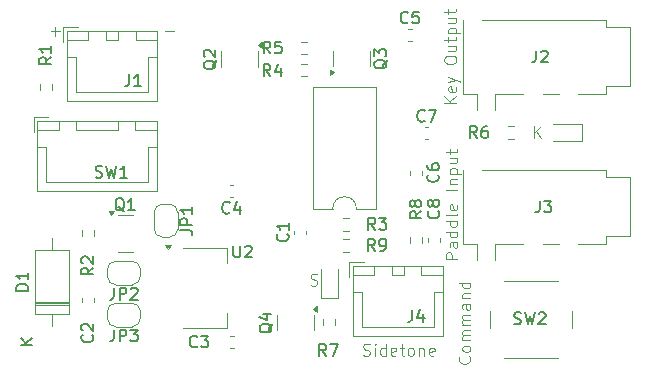
<source format=gbr>
%TF.GenerationSoftware,KiCad,Pcbnew,8.0.4-1.fc40*%
%TF.CreationDate,2024-08-13T13:21:15-05:00*%
%TF.ProjectId,K9QW_ATTiny_CW_Keyer,4b395157-5f41-4545-9469-6e795f43575f,rev?*%
%TF.SameCoordinates,Original*%
%TF.FileFunction,Legend,Top*%
%TF.FilePolarity,Positive*%
%FSLAX46Y46*%
G04 Gerber Fmt 4.6, Leading zero omitted, Abs format (unit mm)*
G04 Created by KiCad (PCBNEW 8.0.4-1.fc40) date 2024-08-13 13:21:15*
%MOMM*%
%LPD*%
G01*
G04 APERTURE LIST*
%ADD10C,0.100000*%
%ADD11C,0.150000*%
%ADD12C,0.120000*%
G04 APERTURE END LIST*
D10*
X152326065Y-110492600D02*
X152468922Y-110540219D01*
X152468922Y-110540219D02*
X152707017Y-110540219D01*
X152707017Y-110540219D02*
X152802255Y-110492600D01*
X152802255Y-110492600D02*
X152849874Y-110444980D01*
X152849874Y-110444980D02*
X152897493Y-110349742D01*
X152897493Y-110349742D02*
X152897493Y-110254504D01*
X152897493Y-110254504D02*
X152849874Y-110159266D01*
X152849874Y-110159266D02*
X152802255Y-110111647D01*
X152802255Y-110111647D02*
X152707017Y-110064028D01*
X152707017Y-110064028D02*
X152516541Y-110016409D01*
X152516541Y-110016409D02*
X152421303Y-109968790D01*
X152421303Y-109968790D02*
X152373684Y-109921171D01*
X152373684Y-109921171D02*
X152326065Y-109825933D01*
X152326065Y-109825933D02*
X152326065Y-109730695D01*
X152326065Y-109730695D02*
X152373684Y-109635457D01*
X152373684Y-109635457D02*
X152421303Y-109587838D01*
X152421303Y-109587838D02*
X152516541Y-109540219D01*
X152516541Y-109540219D02*
X152754636Y-109540219D01*
X152754636Y-109540219D02*
X152897493Y-109587838D01*
X140003884Y-89026466D02*
X140765789Y-89026466D01*
X130351884Y-89026466D02*
X131113789Y-89026466D01*
X130732836Y-89407419D02*
X130732836Y-88645514D01*
X165764780Y-116523487D02*
X165812400Y-116571106D01*
X165812400Y-116571106D02*
X165860019Y-116713963D01*
X165860019Y-116713963D02*
X165860019Y-116809201D01*
X165860019Y-116809201D02*
X165812400Y-116952058D01*
X165812400Y-116952058D02*
X165717161Y-117047296D01*
X165717161Y-117047296D02*
X165621923Y-117094915D01*
X165621923Y-117094915D02*
X165431447Y-117142534D01*
X165431447Y-117142534D02*
X165288590Y-117142534D01*
X165288590Y-117142534D02*
X165098114Y-117094915D01*
X165098114Y-117094915D02*
X165002876Y-117047296D01*
X165002876Y-117047296D02*
X164907638Y-116952058D01*
X164907638Y-116952058D02*
X164860019Y-116809201D01*
X164860019Y-116809201D02*
X164860019Y-116713963D01*
X164860019Y-116713963D02*
X164907638Y-116571106D01*
X164907638Y-116571106D02*
X164955257Y-116523487D01*
X165860019Y-115952058D02*
X165812400Y-116047296D01*
X165812400Y-116047296D02*
X165764780Y-116094915D01*
X165764780Y-116094915D02*
X165669542Y-116142534D01*
X165669542Y-116142534D02*
X165383828Y-116142534D01*
X165383828Y-116142534D02*
X165288590Y-116094915D01*
X165288590Y-116094915D02*
X165240971Y-116047296D01*
X165240971Y-116047296D02*
X165193352Y-115952058D01*
X165193352Y-115952058D02*
X165193352Y-115809201D01*
X165193352Y-115809201D02*
X165240971Y-115713963D01*
X165240971Y-115713963D02*
X165288590Y-115666344D01*
X165288590Y-115666344D02*
X165383828Y-115618725D01*
X165383828Y-115618725D02*
X165669542Y-115618725D01*
X165669542Y-115618725D02*
X165764780Y-115666344D01*
X165764780Y-115666344D02*
X165812400Y-115713963D01*
X165812400Y-115713963D02*
X165860019Y-115809201D01*
X165860019Y-115809201D02*
X165860019Y-115952058D01*
X165860019Y-115190153D02*
X165193352Y-115190153D01*
X165288590Y-115190153D02*
X165240971Y-115142534D01*
X165240971Y-115142534D02*
X165193352Y-115047296D01*
X165193352Y-115047296D02*
X165193352Y-114904439D01*
X165193352Y-114904439D02*
X165240971Y-114809201D01*
X165240971Y-114809201D02*
X165336209Y-114761582D01*
X165336209Y-114761582D02*
X165860019Y-114761582D01*
X165336209Y-114761582D02*
X165240971Y-114713963D01*
X165240971Y-114713963D02*
X165193352Y-114618725D01*
X165193352Y-114618725D02*
X165193352Y-114475868D01*
X165193352Y-114475868D02*
X165240971Y-114380629D01*
X165240971Y-114380629D02*
X165336209Y-114333010D01*
X165336209Y-114333010D02*
X165860019Y-114333010D01*
X165860019Y-113856820D02*
X165193352Y-113856820D01*
X165288590Y-113856820D02*
X165240971Y-113809201D01*
X165240971Y-113809201D02*
X165193352Y-113713963D01*
X165193352Y-113713963D02*
X165193352Y-113571106D01*
X165193352Y-113571106D02*
X165240971Y-113475868D01*
X165240971Y-113475868D02*
X165336209Y-113428249D01*
X165336209Y-113428249D02*
X165860019Y-113428249D01*
X165336209Y-113428249D02*
X165240971Y-113380630D01*
X165240971Y-113380630D02*
X165193352Y-113285392D01*
X165193352Y-113285392D02*
X165193352Y-113142535D01*
X165193352Y-113142535D02*
X165240971Y-113047296D01*
X165240971Y-113047296D02*
X165336209Y-112999677D01*
X165336209Y-112999677D02*
X165860019Y-112999677D01*
X165860019Y-112094916D02*
X165336209Y-112094916D01*
X165336209Y-112094916D02*
X165240971Y-112142535D01*
X165240971Y-112142535D02*
X165193352Y-112237773D01*
X165193352Y-112237773D02*
X165193352Y-112428249D01*
X165193352Y-112428249D02*
X165240971Y-112523487D01*
X165812400Y-112094916D02*
X165860019Y-112190154D01*
X165860019Y-112190154D02*
X165860019Y-112428249D01*
X165860019Y-112428249D02*
X165812400Y-112523487D01*
X165812400Y-112523487D02*
X165717161Y-112571106D01*
X165717161Y-112571106D02*
X165621923Y-112571106D01*
X165621923Y-112571106D02*
X165526685Y-112523487D01*
X165526685Y-112523487D02*
X165479066Y-112428249D01*
X165479066Y-112428249D02*
X165479066Y-112190154D01*
X165479066Y-112190154D02*
X165431447Y-112094916D01*
X165193352Y-111618725D02*
X165860019Y-111618725D01*
X165288590Y-111618725D02*
X165240971Y-111571106D01*
X165240971Y-111571106D02*
X165193352Y-111475868D01*
X165193352Y-111475868D02*
X165193352Y-111333011D01*
X165193352Y-111333011D02*
X165240971Y-111237773D01*
X165240971Y-111237773D02*
X165336209Y-111190154D01*
X165336209Y-111190154D02*
X165860019Y-111190154D01*
X165860019Y-110285392D02*
X164860019Y-110285392D01*
X165812400Y-110285392D02*
X165860019Y-110380630D01*
X165860019Y-110380630D02*
X165860019Y-110571106D01*
X165860019Y-110571106D02*
X165812400Y-110666344D01*
X165812400Y-110666344D02*
X165764780Y-110713963D01*
X165764780Y-110713963D02*
X165669542Y-110761582D01*
X165669542Y-110761582D02*
X165383828Y-110761582D01*
X165383828Y-110761582D02*
X165288590Y-110713963D01*
X165288590Y-110713963D02*
X165240971Y-110666344D01*
X165240971Y-110666344D02*
X165193352Y-110571106D01*
X165193352Y-110571106D02*
X165193352Y-110380630D01*
X165193352Y-110380630D02*
X165240971Y-110285392D01*
X164769219Y-108306515D02*
X163769219Y-108306515D01*
X163769219Y-108306515D02*
X163769219Y-107925563D01*
X163769219Y-107925563D02*
X163816838Y-107830325D01*
X163816838Y-107830325D02*
X163864457Y-107782706D01*
X163864457Y-107782706D02*
X163959695Y-107735087D01*
X163959695Y-107735087D02*
X164102552Y-107735087D01*
X164102552Y-107735087D02*
X164197790Y-107782706D01*
X164197790Y-107782706D02*
X164245409Y-107830325D01*
X164245409Y-107830325D02*
X164293028Y-107925563D01*
X164293028Y-107925563D02*
X164293028Y-108306515D01*
X164769219Y-106877944D02*
X164245409Y-106877944D01*
X164245409Y-106877944D02*
X164150171Y-106925563D01*
X164150171Y-106925563D02*
X164102552Y-107020801D01*
X164102552Y-107020801D02*
X164102552Y-107211277D01*
X164102552Y-107211277D02*
X164150171Y-107306515D01*
X164721600Y-106877944D02*
X164769219Y-106973182D01*
X164769219Y-106973182D02*
X164769219Y-107211277D01*
X164769219Y-107211277D02*
X164721600Y-107306515D01*
X164721600Y-107306515D02*
X164626361Y-107354134D01*
X164626361Y-107354134D02*
X164531123Y-107354134D01*
X164531123Y-107354134D02*
X164435885Y-107306515D01*
X164435885Y-107306515D02*
X164388266Y-107211277D01*
X164388266Y-107211277D02*
X164388266Y-106973182D01*
X164388266Y-106973182D02*
X164340647Y-106877944D01*
X164769219Y-105973182D02*
X163769219Y-105973182D01*
X164721600Y-105973182D02*
X164769219Y-106068420D01*
X164769219Y-106068420D02*
X164769219Y-106258896D01*
X164769219Y-106258896D02*
X164721600Y-106354134D01*
X164721600Y-106354134D02*
X164673980Y-106401753D01*
X164673980Y-106401753D02*
X164578742Y-106449372D01*
X164578742Y-106449372D02*
X164293028Y-106449372D01*
X164293028Y-106449372D02*
X164197790Y-106401753D01*
X164197790Y-106401753D02*
X164150171Y-106354134D01*
X164150171Y-106354134D02*
X164102552Y-106258896D01*
X164102552Y-106258896D02*
X164102552Y-106068420D01*
X164102552Y-106068420D02*
X164150171Y-105973182D01*
X164769219Y-105068420D02*
X163769219Y-105068420D01*
X164721600Y-105068420D02*
X164769219Y-105163658D01*
X164769219Y-105163658D02*
X164769219Y-105354134D01*
X164769219Y-105354134D02*
X164721600Y-105449372D01*
X164721600Y-105449372D02*
X164673980Y-105496991D01*
X164673980Y-105496991D02*
X164578742Y-105544610D01*
X164578742Y-105544610D02*
X164293028Y-105544610D01*
X164293028Y-105544610D02*
X164197790Y-105496991D01*
X164197790Y-105496991D02*
X164150171Y-105449372D01*
X164150171Y-105449372D02*
X164102552Y-105354134D01*
X164102552Y-105354134D02*
X164102552Y-105163658D01*
X164102552Y-105163658D02*
X164150171Y-105068420D01*
X164769219Y-104449372D02*
X164721600Y-104544610D01*
X164721600Y-104544610D02*
X164626361Y-104592229D01*
X164626361Y-104592229D02*
X163769219Y-104592229D01*
X164721600Y-103687467D02*
X164769219Y-103782705D01*
X164769219Y-103782705D02*
X164769219Y-103973181D01*
X164769219Y-103973181D02*
X164721600Y-104068419D01*
X164721600Y-104068419D02*
X164626361Y-104116038D01*
X164626361Y-104116038D02*
X164245409Y-104116038D01*
X164245409Y-104116038D02*
X164150171Y-104068419D01*
X164150171Y-104068419D02*
X164102552Y-103973181D01*
X164102552Y-103973181D02*
X164102552Y-103782705D01*
X164102552Y-103782705D02*
X164150171Y-103687467D01*
X164150171Y-103687467D02*
X164245409Y-103639848D01*
X164245409Y-103639848D02*
X164340647Y-103639848D01*
X164340647Y-103639848D02*
X164435885Y-104116038D01*
X164769219Y-102449371D02*
X163769219Y-102449371D01*
X164102552Y-101973181D02*
X164769219Y-101973181D01*
X164197790Y-101973181D02*
X164150171Y-101925562D01*
X164150171Y-101925562D02*
X164102552Y-101830324D01*
X164102552Y-101830324D02*
X164102552Y-101687467D01*
X164102552Y-101687467D02*
X164150171Y-101592229D01*
X164150171Y-101592229D02*
X164245409Y-101544610D01*
X164245409Y-101544610D02*
X164769219Y-101544610D01*
X164102552Y-101068419D02*
X165102552Y-101068419D01*
X164150171Y-101068419D02*
X164102552Y-100973181D01*
X164102552Y-100973181D02*
X164102552Y-100782705D01*
X164102552Y-100782705D02*
X164150171Y-100687467D01*
X164150171Y-100687467D02*
X164197790Y-100639848D01*
X164197790Y-100639848D02*
X164293028Y-100592229D01*
X164293028Y-100592229D02*
X164578742Y-100592229D01*
X164578742Y-100592229D02*
X164673980Y-100639848D01*
X164673980Y-100639848D02*
X164721600Y-100687467D01*
X164721600Y-100687467D02*
X164769219Y-100782705D01*
X164769219Y-100782705D02*
X164769219Y-100973181D01*
X164769219Y-100973181D02*
X164721600Y-101068419D01*
X164102552Y-99735086D02*
X164769219Y-99735086D01*
X164102552Y-100163657D02*
X164626361Y-100163657D01*
X164626361Y-100163657D02*
X164721600Y-100116038D01*
X164721600Y-100116038D02*
X164769219Y-100020800D01*
X164769219Y-100020800D02*
X164769219Y-99877943D01*
X164769219Y-99877943D02*
X164721600Y-99782705D01*
X164721600Y-99782705D02*
X164673980Y-99735086D01*
X164102552Y-99401752D02*
X164102552Y-99020800D01*
X163769219Y-99258895D02*
X164626361Y-99258895D01*
X164626361Y-99258895D02*
X164721600Y-99211276D01*
X164721600Y-99211276D02*
X164769219Y-99116038D01*
X164769219Y-99116038D02*
X164769219Y-99020800D01*
X156796465Y-116436200D02*
X156939322Y-116483819D01*
X156939322Y-116483819D02*
X157177417Y-116483819D01*
X157177417Y-116483819D02*
X157272655Y-116436200D01*
X157272655Y-116436200D02*
X157320274Y-116388580D01*
X157320274Y-116388580D02*
X157367893Y-116293342D01*
X157367893Y-116293342D02*
X157367893Y-116198104D01*
X157367893Y-116198104D02*
X157320274Y-116102866D01*
X157320274Y-116102866D02*
X157272655Y-116055247D01*
X157272655Y-116055247D02*
X157177417Y-116007628D01*
X157177417Y-116007628D02*
X156986941Y-115960009D01*
X156986941Y-115960009D02*
X156891703Y-115912390D01*
X156891703Y-115912390D02*
X156844084Y-115864771D01*
X156844084Y-115864771D02*
X156796465Y-115769533D01*
X156796465Y-115769533D02*
X156796465Y-115674295D01*
X156796465Y-115674295D02*
X156844084Y-115579057D01*
X156844084Y-115579057D02*
X156891703Y-115531438D01*
X156891703Y-115531438D02*
X156986941Y-115483819D01*
X156986941Y-115483819D02*
X157225036Y-115483819D01*
X157225036Y-115483819D02*
X157367893Y-115531438D01*
X157796465Y-116483819D02*
X157796465Y-115817152D01*
X157796465Y-115483819D02*
X157748846Y-115531438D01*
X157748846Y-115531438D02*
X157796465Y-115579057D01*
X157796465Y-115579057D02*
X157844084Y-115531438D01*
X157844084Y-115531438D02*
X157796465Y-115483819D01*
X157796465Y-115483819D02*
X157796465Y-115579057D01*
X158701226Y-116483819D02*
X158701226Y-115483819D01*
X158701226Y-116436200D02*
X158605988Y-116483819D01*
X158605988Y-116483819D02*
X158415512Y-116483819D01*
X158415512Y-116483819D02*
X158320274Y-116436200D01*
X158320274Y-116436200D02*
X158272655Y-116388580D01*
X158272655Y-116388580D02*
X158225036Y-116293342D01*
X158225036Y-116293342D02*
X158225036Y-116007628D01*
X158225036Y-116007628D02*
X158272655Y-115912390D01*
X158272655Y-115912390D02*
X158320274Y-115864771D01*
X158320274Y-115864771D02*
X158415512Y-115817152D01*
X158415512Y-115817152D02*
X158605988Y-115817152D01*
X158605988Y-115817152D02*
X158701226Y-115864771D01*
X159558369Y-116436200D02*
X159463131Y-116483819D01*
X159463131Y-116483819D02*
X159272655Y-116483819D01*
X159272655Y-116483819D02*
X159177417Y-116436200D01*
X159177417Y-116436200D02*
X159129798Y-116340961D01*
X159129798Y-116340961D02*
X159129798Y-115960009D01*
X159129798Y-115960009D02*
X159177417Y-115864771D01*
X159177417Y-115864771D02*
X159272655Y-115817152D01*
X159272655Y-115817152D02*
X159463131Y-115817152D01*
X159463131Y-115817152D02*
X159558369Y-115864771D01*
X159558369Y-115864771D02*
X159605988Y-115960009D01*
X159605988Y-115960009D02*
X159605988Y-116055247D01*
X159605988Y-116055247D02*
X159129798Y-116150485D01*
X159891703Y-115817152D02*
X160272655Y-115817152D01*
X160034560Y-115483819D02*
X160034560Y-116340961D01*
X160034560Y-116340961D02*
X160082179Y-116436200D01*
X160082179Y-116436200D02*
X160177417Y-116483819D01*
X160177417Y-116483819D02*
X160272655Y-116483819D01*
X160748846Y-116483819D02*
X160653608Y-116436200D01*
X160653608Y-116436200D02*
X160605989Y-116388580D01*
X160605989Y-116388580D02*
X160558370Y-116293342D01*
X160558370Y-116293342D02*
X160558370Y-116007628D01*
X160558370Y-116007628D02*
X160605989Y-115912390D01*
X160605989Y-115912390D02*
X160653608Y-115864771D01*
X160653608Y-115864771D02*
X160748846Y-115817152D01*
X160748846Y-115817152D02*
X160891703Y-115817152D01*
X160891703Y-115817152D02*
X160986941Y-115864771D01*
X160986941Y-115864771D02*
X161034560Y-115912390D01*
X161034560Y-115912390D02*
X161082179Y-116007628D01*
X161082179Y-116007628D02*
X161082179Y-116293342D01*
X161082179Y-116293342D02*
X161034560Y-116388580D01*
X161034560Y-116388580D02*
X160986941Y-116436200D01*
X160986941Y-116436200D02*
X160891703Y-116483819D01*
X160891703Y-116483819D02*
X160748846Y-116483819D01*
X161510751Y-115817152D02*
X161510751Y-116483819D01*
X161510751Y-115912390D02*
X161558370Y-115864771D01*
X161558370Y-115864771D02*
X161653608Y-115817152D01*
X161653608Y-115817152D02*
X161796465Y-115817152D01*
X161796465Y-115817152D02*
X161891703Y-115864771D01*
X161891703Y-115864771D02*
X161939322Y-115960009D01*
X161939322Y-115960009D02*
X161939322Y-116483819D01*
X162796465Y-116436200D02*
X162701227Y-116483819D01*
X162701227Y-116483819D02*
X162510751Y-116483819D01*
X162510751Y-116483819D02*
X162415513Y-116436200D01*
X162415513Y-116436200D02*
X162367894Y-116340961D01*
X162367894Y-116340961D02*
X162367894Y-115960009D01*
X162367894Y-115960009D02*
X162415513Y-115864771D01*
X162415513Y-115864771D02*
X162510751Y-115817152D01*
X162510751Y-115817152D02*
X162701227Y-115817152D01*
X162701227Y-115817152D02*
X162796465Y-115864771D01*
X162796465Y-115864771D02*
X162844084Y-115960009D01*
X162844084Y-115960009D02*
X162844084Y-116055247D01*
X162844084Y-116055247D02*
X162367894Y-116150485D01*
X171245884Y-98068819D02*
X171245884Y-97068819D01*
X171817312Y-98068819D02*
X171388741Y-97497390D01*
X171817312Y-97068819D02*
X171245884Y-97640247D01*
X164667619Y-95098515D02*
X163667619Y-95098515D01*
X164667619Y-94527087D02*
X164096190Y-94955658D01*
X163667619Y-94527087D02*
X164239047Y-95098515D01*
X164620000Y-93717563D02*
X164667619Y-93812801D01*
X164667619Y-93812801D02*
X164667619Y-94003277D01*
X164667619Y-94003277D02*
X164620000Y-94098515D01*
X164620000Y-94098515D02*
X164524761Y-94146134D01*
X164524761Y-94146134D02*
X164143809Y-94146134D01*
X164143809Y-94146134D02*
X164048571Y-94098515D01*
X164048571Y-94098515D02*
X164000952Y-94003277D01*
X164000952Y-94003277D02*
X164000952Y-93812801D01*
X164000952Y-93812801D02*
X164048571Y-93717563D01*
X164048571Y-93717563D02*
X164143809Y-93669944D01*
X164143809Y-93669944D02*
X164239047Y-93669944D01*
X164239047Y-93669944D02*
X164334285Y-94146134D01*
X164000952Y-93336610D02*
X164667619Y-93098515D01*
X164000952Y-92860420D02*
X164667619Y-93098515D01*
X164667619Y-93098515D02*
X164905714Y-93193753D01*
X164905714Y-93193753D02*
X164953333Y-93241372D01*
X164953333Y-93241372D02*
X165000952Y-93336610D01*
X163667619Y-91527086D02*
X163667619Y-91336610D01*
X163667619Y-91336610D02*
X163715238Y-91241372D01*
X163715238Y-91241372D02*
X163810476Y-91146134D01*
X163810476Y-91146134D02*
X164000952Y-91098515D01*
X164000952Y-91098515D02*
X164334285Y-91098515D01*
X164334285Y-91098515D02*
X164524761Y-91146134D01*
X164524761Y-91146134D02*
X164620000Y-91241372D01*
X164620000Y-91241372D02*
X164667619Y-91336610D01*
X164667619Y-91336610D02*
X164667619Y-91527086D01*
X164667619Y-91527086D02*
X164620000Y-91622324D01*
X164620000Y-91622324D02*
X164524761Y-91717562D01*
X164524761Y-91717562D02*
X164334285Y-91765181D01*
X164334285Y-91765181D02*
X164000952Y-91765181D01*
X164000952Y-91765181D02*
X163810476Y-91717562D01*
X163810476Y-91717562D02*
X163715238Y-91622324D01*
X163715238Y-91622324D02*
X163667619Y-91527086D01*
X164000952Y-90241372D02*
X164667619Y-90241372D01*
X164000952Y-90669943D02*
X164524761Y-90669943D01*
X164524761Y-90669943D02*
X164620000Y-90622324D01*
X164620000Y-90622324D02*
X164667619Y-90527086D01*
X164667619Y-90527086D02*
X164667619Y-90384229D01*
X164667619Y-90384229D02*
X164620000Y-90288991D01*
X164620000Y-90288991D02*
X164572380Y-90241372D01*
X164000952Y-89908038D02*
X164000952Y-89527086D01*
X163667619Y-89765181D02*
X164524761Y-89765181D01*
X164524761Y-89765181D02*
X164620000Y-89717562D01*
X164620000Y-89717562D02*
X164667619Y-89622324D01*
X164667619Y-89622324D02*
X164667619Y-89527086D01*
X164000952Y-89193752D02*
X165000952Y-89193752D01*
X164048571Y-89193752D02*
X164000952Y-89098514D01*
X164000952Y-89098514D02*
X164000952Y-88908038D01*
X164000952Y-88908038D02*
X164048571Y-88812800D01*
X164048571Y-88812800D02*
X164096190Y-88765181D01*
X164096190Y-88765181D02*
X164191428Y-88717562D01*
X164191428Y-88717562D02*
X164477142Y-88717562D01*
X164477142Y-88717562D02*
X164572380Y-88765181D01*
X164572380Y-88765181D02*
X164620000Y-88812800D01*
X164620000Y-88812800D02*
X164667619Y-88908038D01*
X164667619Y-88908038D02*
X164667619Y-89098514D01*
X164667619Y-89098514D02*
X164620000Y-89193752D01*
X164000952Y-87860419D02*
X164667619Y-87860419D01*
X164000952Y-88288990D02*
X164524761Y-88288990D01*
X164524761Y-88288990D02*
X164620000Y-88241371D01*
X164620000Y-88241371D02*
X164667619Y-88146133D01*
X164667619Y-88146133D02*
X164667619Y-88003276D01*
X164667619Y-88003276D02*
X164620000Y-87908038D01*
X164620000Y-87908038D02*
X164572380Y-87860419D01*
X164000952Y-87527085D02*
X164000952Y-87146133D01*
X163667619Y-87384228D02*
X164524761Y-87384228D01*
X164524761Y-87384228D02*
X164620000Y-87336609D01*
X164620000Y-87336609D02*
X164667619Y-87241371D01*
X164667619Y-87241371D02*
X164667619Y-87146133D01*
D11*
X145476933Y-104354780D02*
X145429314Y-104402400D01*
X145429314Y-104402400D02*
X145286457Y-104450019D01*
X145286457Y-104450019D02*
X145191219Y-104450019D01*
X145191219Y-104450019D02*
X145048362Y-104402400D01*
X145048362Y-104402400D02*
X144953124Y-104307161D01*
X144953124Y-104307161D02*
X144905505Y-104211923D01*
X144905505Y-104211923D02*
X144857886Y-104021447D01*
X144857886Y-104021447D02*
X144857886Y-103878590D01*
X144857886Y-103878590D02*
X144905505Y-103688114D01*
X144905505Y-103688114D02*
X144953124Y-103592876D01*
X144953124Y-103592876D02*
X145048362Y-103497638D01*
X145048362Y-103497638D02*
X145191219Y-103450019D01*
X145191219Y-103450019D02*
X145286457Y-103450019D01*
X145286457Y-103450019D02*
X145429314Y-103497638D01*
X145429314Y-103497638D02*
X145476933Y-103545257D01*
X146334076Y-103783352D02*
X146334076Y-104450019D01*
X146095981Y-103402400D02*
X145857886Y-104116685D01*
X145857886Y-104116685D02*
X146476933Y-104116685D01*
X133931819Y-109031066D02*
X133455628Y-109364399D01*
X133931819Y-109602494D02*
X132931819Y-109602494D01*
X132931819Y-109602494D02*
X132931819Y-109221542D01*
X132931819Y-109221542D02*
X132979438Y-109126304D01*
X132979438Y-109126304D02*
X133027057Y-109078685D01*
X133027057Y-109078685D02*
X133122295Y-109031066D01*
X133122295Y-109031066D02*
X133265152Y-109031066D01*
X133265152Y-109031066D02*
X133360390Y-109078685D01*
X133360390Y-109078685D02*
X133408009Y-109126304D01*
X133408009Y-109126304D02*
X133455628Y-109221542D01*
X133455628Y-109221542D02*
X133455628Y-109602494D01*
X133027057Y-108650113D02*
X132979438Y-108602494D01*
X132979438Y-108602494D02*
X132931819Y-108507256D01*
X132931819Y-108507256D02*
X132931819Y-108269161D01*
X132931819Y-108269161D02*
X132979438Y-108173923D01*
X132979438Y-108173923D02*
X133027057Y-108126304D01*
X133027057Y-108126304D02*
X133122295Y-108078685D01*
X133122295Y-108078685D02*
X133217533Y-108078685D01*
X133217533Y-108078685D02*
X133360390Y-108126304D01*
X133360390Y-108126304D02*
X133931819Y-108697732D01*
X133931819Y-108697732D02*
X133931819Y-108078685D01*
X136541761Y-104257157D02*
X136446523Y-104209538D01*
X136446523Y-104209538D02*
X136351285Y-104114300D01*
X136351285Y-104114300D02*
X136208428Y-103971442D01*
X136208428Y-103971442D02*
X136113190Y-103923823D01*
X136113190Y-103923823D02*
X136017952Y-103923823D01*
X136065571Y-104161919D02*
X135970333Y-104114300D01*
X135970333Y-104114300D02*
X135875095Y-104019061D01*
X135875095Y-104019061D02*
X135827476Y-103828585D01*
X135827476Y-103828585D02*
X135827476Y-103495252D01*
X135827476Y-103495252D02*
X135875095Y-103304776D01*
X135875095Y-103304776D02*
X135970333Y-103209538D01*
X135970333Y-103209538D02*
X136065571Y-103161919D01*
X136065571Y-103161919D02*
X136256047Y-103161919D01*
X136256047Y-103161919D02*
X136351285Y-103209538D01*
X136351285Y-103209538D02*
X136446523Y-103304776D01*
X136446523Y-103304776D02*
X136494142Y-103495252D01*
X136494142Y-103495252D02*
X136494142Y-103828585D01*
X136494142Y-103828585D02*
X136446523Y-104019061D01*
X136446523Y-104019061D02*
X136351285Y-104114300D01*
X136351285Y-104114300D02*
X136256047Y-104161919D01*
X136256047Y-104161919D02*
X136065571Y-104161919D01*
X137446523Y-104161919D02*
X136875095Y-104161919D01*
X137160809Y-104161919D02*
X137160809Y-103161919D01*
X137160809Y-103161919D02*
X137065571Y-103304776D01*
X137065571Y-103304776D02*
X136970333Y-103400014D01*
X136970333Y-103400014D02*
X136875095Y-103447633D01*
X135691666Y-110728819D02*
X135691666Y-111443104D01*
X135691666Y-111443104D02*
X135644047Y-111585961D01*
X135644047Y-111585961D02*
X135548809Y-111681200D01*
X135548809Y-111681200D02*
X135405952Y-111728819D01*
X135405952Y-111728819D02*
X135310714Y-111728819D01*
X136167857Y-111728819D02*
X136167857Y-110728819D01*
X136167857Y-110728819D02*
X136548809Y-110728819D01*
X136548809Y-110728819D02*
X136644047Y-110776438D01*
X136644047Y-110776438D02*
X136691666Y-110824057D01*
X136691666Y-110824057D02*
X136739285Y-110919295D01*
X136739285Y-110919295D02*
X136739285Y-111062152D01*
X136739285Y-111062152D02*
X136691666Y-111157390D01*
X136691666Y-111157390D02*
X136644047Y-111205009D01*
X136644047Y-111205009D02*
X136548809Y-111252628D01*
X136548809Y-111252628D02*
X136167857Y-111252628D01*
X137120238Y-110824057D02*
X137167857Y-110776438D01*
X137167857Y-110776438D02*
X137263095Y-110728819D01*
X137263095Y-110728819D02*
X137501190Y-110728819D01*
X137501190Y-110728819D02*
X137596428Y-110776438D01*
X137596428Y-110776438D02*
X137644047Y-110824057D01*
X137644047Y-110824057D02*
X137691666Y-110919295D01*
X137691666Y-110919295D02*
X137691666Y-111014533D01*
X137691666Y-111014533D02*
X137644047Y-111157390D01*
X137644047Y-111157390D02*
X137072619Y-111728819D01*
X137072619Y-111728819D02*
X137691666Y-111728819D01*
X171421466Y-90640819D02*
X171421466Y-91355104D01*
X171421466Y-91355104D02*
X171373847Y-91497961D01*
X171373847Y-91497961D02*
X171278609Y-91593200D01*
X171278609Y-91593200D02*
X171135752Y-91640819D01*
X171135752Y-91640819D02*
X171040514Y-91640819D01*
X171850038Y-90736057D02*
X171897657Y-90688438D01*
X171897657Y-90688438D02*
X171992895Y-90640819D01*
X171992895Y-90640819D02*
X172230990Y-90640819D01*
X172230990Y-90640819D02*
X172326228Y-90688438D01*
X172326228Y-90688438D02*
X172373847Y-90736057D01*
X172373847Y-90736057D02*
X172421466Y-90831295D01*
X172421466Y-90831295D02*
X172421466Y-90926533D01*
X172421466Y-90926533D02*
X172373847Y-91069390D01*
X172373847Y-91069390D02*
X171802419Y-91640819D01*
X171802419Y-91640819D02*
X172421466Y-91640819D01*
X171726266Y-103340819D02*
X171726266Y-104055104D01*
X171726266Y-104055104D02*
X171678647Y-104197961D01*
X171678647Y-104197961D02*
X171583409Y-104293200D01*
X171583409Y-104293200D02*
X171440552Y-104340819D01*
X171440552Y-104340819D02*
X171345314Y-104340819D01*
X172107219Y-103340819D02*
X172726266Y-103340819D01*
X172726266Y-103340819D02*
X172392933Y-103721771D01*
X172392933Y-103721771D02*
X172535790Y-103721771D01*
X172535790Y-103721771D02*
X172631028Y-103769390D01*
X172631028Y-103769390D02*
X172678647Y-103817009D01*
X172678647Y-103817009D02*
X172726266Y-103912247D01*
X172726266Y-103912247D02*
X172726266Y-104150342D01*
X172726266Y-104150342D02*
X172678647Y-104245580D01*
X172678647Y-104245580D02*
X172631028Y-104293200D01*
X172631028Y-104293200D02*
X172535790Y-104340819D01*
X172535790Y-104340819D02*
X172250076Y-104340819D01*
X172250076Y-104340819D02*
X172154838Y-104293200D01*
X172154838Y-104293200D02*
X172107219Y-104245580D01*
X128413819Y-110974094D02*
X127413819Y-110974094D01*
X127413819Y-110974094D02*
X127413819Y-110735999D01*
X127413819Y-110735999D02*
X127461438Y-110593142D01*
X127461438Y-110593142D02*
X127556676Y-110497904D01*
X127556676Y-110497904D02*
X127651914Y-110450285D01*
X127651914Y-110450285D02*
X127842390Y-110402666D01*
X127842390Y-110402666D02*
X127985247Y-110402666D01*
X127985247Y-110402666D02*
X128175723Y-110450285D01*
X128175723Y-110450285D02*
X128270961Y-110497904D01*
X128270961Y-110497904D02*
X128366200Y-110593142D01*
X128366200Y-110593142D02*
X128413819Y-110735999D01*
X128413819Y-110735999D02*
X128413819Y-110974094D01*
X128413819Y-109450285D02*
X128413819Y-110021713D01*
X128413819Y-109735999D02*
X127413819Y-109735999D01*
X127413819Y-109735999D02*
X127556676Y-109831237D01*
X127556676Y-109831237D02*
X127651914Y-109926475D01*
X127651914Y-109926475D02*
X127699533Y-110021713D01*
X128783819Y-115577904D02*
X127783819Y-115577904D01*
X128783819Y-115006476D02*
X128212390Y-115435047D01*
X127783819Y-115006476D02*
X128355247Y-115577904D01*
X145796495Y-107156219D02*
X145796495Y-107965742D01*
X145796495Y-107965742D02*
X145844114Y-108060980D01*
X145844114Y-108060980D02*
X145891733Y-108108600D01*
X145891733Y-108108600D02*
X145986971Y-108156219D01*
X145986971Y-108156219D02*
X146177447Y-108156219D01*
X146177447Y-108156219D02*
X146272685Y-108108600D01*
X146272685Y-108108600D02*
X146320304Y-108060980D01*
X146320304Y-108060980D02*
X146367923Y-107965742D01*
X146367923Y-107965742D02*
X146367923Y-107156219D01*
X146796495Y-107251457D02*
X146844114Y-107203838D01*
X146844114Y-107203838D02*
X146939352Y-107156219D01*
X146939352Y-107156219D02*
X147177447Y-107156219D01*
X147177447Y-107156219D02*
X147272685Y-107203838D01*
X147272685Y-107203838D02*
X147320304Y-107251457D01*
X147320304Y-107251457D02*
X147367923Y-107346695D01*
X147367923Y-107346695D02*
X147367923Y-107441933D01*
X147367923Y-107441933D02*
X147320304Y-107584790D01*
X147320304Y-107584790D02*
X146748876Y-108156219D01*
X146748876Y-108156219D02*
X147367923Y-108156219D01*
X163097380Y-101157066D02*
X163145000Y-101204685D01*
X163145000Y-101204685D02*
X163192619Y-101347542D01*
X163192619Y-101347542D02*
X163192619Y-101442780D01*
X163192619Y-101442780D02*
X163145000Y-101585637D01*
X163145000Y-101585637D02*
X163049761Y-101680875D01*
X163049761Y-101680875D02*
X162954523Y-101728494D01*
X162954523Y-101728494D02*
X162764047Y-101776113D01*
X162764047Y-101776113D02*
X162621190Y-101776113D01*
X162621190Y-101776113D02*
X162430714Y-101728494D01*
X162430714Y-101728494D02*
X162335476Y-101680875D01*
X162335476Y-101680875D02*
X162240238Y-101585637D01*
X162240238Y-101585637D02*
X162192619Y-101442780D01*
X162192619Y-101442780D02*
X162192619Y-101347542D01*
X162192619Y-101347542D02*
X162240238Y-101204685D01*
X162240238Y-101204685D02*
X162287857Y-101157066D01*
X162192619Y-100299923D02*
X162192619Y-100490399D01*
X162192619Y-100490399D02*
X162240238Y-100585637D01*
X162240238Y-100585637D02*
X162287857Y-100633256D01*
X162287857Y-100633256D02*
X162430714Y-100728494D01*
X162430714Y-100728494D02*
X162621190Y-100776113D01*
X162621190Y-100776113D02*
X163002142Y-100776113D01*
X163002142Y-100776113D02*
X163097380Y-100728494D01*
X163097380Y-100728494D02*
X163145000Y-100680875D01*
X163145000Y-100680875D02*
X163192619Y-100585637D01*
X163192619Y-100585637D02*
X163192619Y-100395161D01*
X163192619Y-100395161D02*
X163145000Y-100299923D01*
X163145000Y-100299923D02*
X163097380Y-100252304D01*
X163097380Y-100252304D02*
X163002142Y-100204685D01*
X163002142Y-100204685D02*
X162764047Y-100204685D01*
X162764047Y-100204685D02*
X162668809Y-100252304D01*
X162668809Y-100252304D02*
X162621190Y-100299923D01*
X162621190Y-100299923D02*
X162573571Y-100395161D01*
X162573571Y-100395161D02*
X162573571Y-100585637D01*
X162573571Y-100585637D02*
X162621190Y-100680875D01*
X162621190Y-100680875D02*
X162668809Y-100728494D01*
X162668809Y-100728494D02*
X162764047Y-100776113D01*
X142734833Y-115675580D02*
X142687214Y-115723200D01*
X142687214Y-115723200D02*
X142544357Y-115770819D01*
X142544357Y-115770819D02*
X142449119Y-115770819D01*
X142449119Y-115770819D02*
X142306262Y-115723200D01*
X142306262Y-115723200D02*
X142211024Y-115627961D01*
X142211024Y-115627961D02*
X142163405Y-115532723D01*
X142163405Y-115532723D02*
X142115786Y-115342247D01*
X142115786Y-115342247D02*
X142115786Y-115199390D01*
X142115786Y-115199390D02*
X142163405Y-115008914D01*
X142163405Y-115008914D02*
X142211024Y-114913676D01*
X142211024Y-114913676D02*
X142306262Y-114818438D01*
X142306262Y-114818438D02*
X142449119Y-114770819D01*
X142449119Y-114770819D02*
X142544357Y-114770819D01*
X142544357Y-114770819D02*
X142687214Y-114818438D01*
X142687214Y-114818438D02*
X142734833Y-114866057D01*
X143068167Y-114770819D02*
X143687214Y-114770819D01*
X143687214Y-114770819D02*
X143353881Y-115151771D01*
X143353881Y-115151771D02*
X143496738Y-115151771D01*
X143496738Y-115151771D02*
X143591976Y-115199390D01*
X143591976Y-115199390D02*
X143639595Y-115247009D01*
X143639595Y-115247009D02*
X143687214Y-115342247D01*
X143687214Y-115342247D02*
X143687214Y-115580342D01*
X143687214Y-115580342D02*
X143639595Y-115675580D01*
X143639595Y-115675580D02*
X143591976Y-115723200D01*
X143591976Y-115723200D02*
X143496738Y-115770819D01*
X143496738Y-115770819D02*
X143211024Y-115770819D01*
X143211024Y-115770819D02*
X143115786Y-115723200D01*
X143115786Y-115723200D02*
X143068167Y-115675580D01*
X134135667Y-101355200D02*
X134278524Y-101402819D01*
X134278524Y-101402819D02*
X134516619Y-101402819D01*
X134516619Y-101402819D02*
X134611857Y-101355200D01*
X134611857Y-101355200D02*
X134659476Y-101307580D01*
X134659476Y-101307580D02*
X134707095Y-101212342D01*
X134707095Y-101212342D02*
X134707095Y-101117104D01*
X134707095Y-101117104D02*
X134659476Y-101021866D01*
X134659476Y-101021866D02*
X134611857Y-100974247D01*
X134611857Y-100974247D02*
X134516619Y-100926628D01*
X134516619Y-100926628D02*
X134326143Y-100879009D01*
X134326143Y-100879009D02*
X134230905Y-100831390D01*
X134230905Y-100831390D02*
X134183286Y-100783771D01*
X134183286Y-100783771D02*
X134135667Y-100688533D01*
X134135667Y-100688533D02*
X134135667Y-100593295D01*
X134135667Y-100593295D02*
X134183286Y-100498057D01*
X134183286Y-100498057D02*
X134230905Y-100450438D01*
X134230905Y-100450438D02*
X134326143Y-100402819D01*
X134326143Y-100402819D02*
X134564238Y-100402819D01*
X134564238Y-100402819D02*
X134707095Y-100450438D01*
X135040429Y-100402819D02*
X135278524Y-101402819D01*
X135278524Y-101402819D02*
X135469000Y-100688533D01*
X135469000Y-100688533D02*
X135659476Y-101402819D01*
X135659476Y-101402819D02*
X135897572Y-100402819D01*
X136802333Y-101402819D02*
X136230905Y-101402819D01*
X136516619Y-101402819D02*
X136516619Y-100402819D01*
X136516619Y-100402819D02*
X136421381Y-100545676D01*
X136421381Y-100545676D02*
X136326143Y-100640914D01*
X136326143Y-100640914D02*
X136230905Y-100688533D01*
X166406533Y-98041619D02*
X166073200Y-97565428D01*
X165835105Y-98041619D02*
X165835105Y-97041619D01*
X165835105Y-97041619D02*
X166216057Y-97041619D01*
X166216057Y-97041619D02*
X166311295Y-97089238D01*
X166311295Y-97089238D02*
X166358914Y-97136857D01*
X166358914Y-97136857D02*
X166406533Y-97232095D01*
X166406533Y-97232095D02*
X166406533Y-97374952D01*
X166406533Y-97374952D02*
X166358914Y-97470190D01*
X166358914Y-97470190D02*
X166311295Y-97517809D01*
X166311295Y-97517809D02*
X166216057Y-97565428D01*
X166216057Y-97565428D02*
X165835105Y-97565428D01*
X167263676Y-97041619D02*
X167073200Y-97041619D01*
X167073200Y-97041619D02*
X166977962Y-97089238D01*
X166977962Y-97089238D02*
X166930343Y-97136857D01*
X166930343Y-97136857D02*
X166835105Y-97279714D01*
X166835105Y-97279714D02*
X166787486Y-97470190D01*
X166787486Y-97470190D02*
X166787486Y-97851142D01*
X166787486Y-97851142D02*
X166835105Y-97946380D01*
X166835105Y-97946380D02*
X166882724Y-97994000D01*
X166882724Y-97994000D02*
X166977962Y-98041619D01*
X166977962Y-98041619D02*
X167168438Y-98041619D01*
X167168438Y-98041619D02*
X167263676Y-97994000D01*
X167263676Y-97994000D02*
X167311295Y-97946380D01*
X167311295Y-97946380D02*
X167358914Y-97851142D01*
X167358914Y-97851142D02*
X167358914Y-97613047D01*
X167358914Y-97613047D02*
X167311295Y-97517809D01*
X167311295Y-97517809D02*
X167263676Y-97470190D01*
X167263676Y-97470190D02*
X167168438Y-97422571D01*
X167168438Y-97422571D02*
X166977962Y-97422571D01*
X166977962Y-97422571D02*
X166882724Y-97470190D01*
X166882724Y-97470190D02*
X166835105Y-97517809D01*
X166835105Y-97517809D02*
X166787486Y-97613047D01*
X130375819Y-91202166D02*
X129899628Y-91535499D01*
X130375819Y-91773594D02*
X129375819Y-91773594D01*
X129375819Y-91773594D02*
X129375819Y-91392642D01*
X129375819Y-91392642D02*
X129423438Y-91297404D01*
X129423438Y-91297404D02*
X129471057Y-91249785D01*
X129471057Y-91249785D02*
X129566295Y-91202166D01*
X129566295Y-91202166D02*
X129709152Y-91202166D01*
X129709152Y-91202166D02*
X129804390Y-91249785D01*
X129804390Y-91249785D02*
X129852009Y-91297404D01*
X129852009Y-91297404D02*
X129899628Y-91392642D01*
X129899628Y-91392642D02*
X129899628Y-91773594D01*
X130375819Y-90249785D02*
X130375819Y-90821213D01*
X130375819Y-90535499D02*
X129375819Y-90535499D01*
X129375819Y-90535499D02*
X129518676Y-90630737D01*
X129518676Y-90630737D02*
X129613914Y-90725975D01*
X129613914Y-90725975D02*
X129661533Y-90821213D01*
X157770533Y-107592019D02*
X157437200Y-107115828D01*
X157199105Y-107592019D02*
X157199105Y-106592019D01*
X157199105Y-106592019D02*
X157580057Y-106592019D01*
X157580057Y-106592019D02*
X157675295Y-106639638D01*
X157675295Y-106639638D02*
X157722914Y-106687257D01*
X157722914Y-106687257D02*
X157770533Y-106782495D01*
X157770533Y-106782495D02*
X157770533Y-106925352D01*
X157770533Y-106925352D02*
X157722914Y-107020590D01*
X157722914Y-107020590D02*
X157675295Y-107068209D01*
X157675295Y-107068209D02*
X157580057Y-107115828D01*
X157580057Y-107115828D02*
X157199105Y-107115828D01*
X158246724Y-107592019D02*
X158437200Y-107592019D01*
X158437200Y-107592019D02*
X158532438Y-107544400D01*
X158532438Y-107544400D02*
X158580057Y-107496780D01*
X158580057Y-107496780D02*
X158675295Y-107353923D01*
X158675295Y-107353923D02*
X158722914Y-107163447D01*
X158722914Y-107163447D02*
X158722914Y-106782495D01*
X158722914Y-106782495D02*
X158675295Y-106687257D01*
X158675295Y-106687257D02*
X158627676Y-106639638D01*
X158627676Y-106639638D02*
X158532438Y-106592019D01*
X158532438Y-106592019D02*
X158341962Y-106592019D01*
X158341962Y-106592019D02*
X158246724Y-106639638D01*
X158246724Y-106639638D02*
X158199105Y-106687257D01*
X158199105Y-106687257D02*
X158151486Y-106782495D01*
X158151486Y-106782495D02*
X158151486Y-107020590D01*
X158151486Y-107020590D02*
X158199105Y-107115828D01*
X158199105Y-107115828D02*
X158246724Y-107163447D01*
X158246724Y-107163447D02*
X158341962Y-107211066D01*
X158341962Y-107211066D02*
X158532438Y-107211066D01*
X158532438Y-107211066D02*
X158627676Y-107163447D01*
X158627676Y-107163447D02*
X158675295Y-107115828D01*
X158675295Y-107115828D02*
X158722914Y-107020590D01*
X144364857Y-91484438D02*
X144317238Y-91579676D01*
X144317238Y-91579676D02*
X144222000Y-91674914D01*
X144222000Y-91674914D02*
X144079142Y-91817771D01*
X144079142Y-91817771D02*
X144031523Y-91913009D01*
X144031523Y-91913009D02*
X144031523Y-92008247D01*
X144269619Y-91960628D02*
X144222000Y-92055866D01*
X144222000Y-92055866D02*
X144126761Y-92151104D01*
X144126761Y-92151104D02*
X143936285Y-92198723D01*
X143936285Y-92198723D02*
X143602952Y-92198723D01*
X143602952Y-92198723D02*
X143412476Y-92151104D01*
X143412476Y-92151104D02*
X143317238Y-92055866D01*
X143317238Y-92055866D02*
X143269619Y-91960628D01*
X143269619Y-91960628D02*
X143269619Y-91770152D01*
X143269619Y-91770152D02*
X143317238Y-91674914D01*
X143317238Y-91674914D02*
X143412476Y-91579676D01*
X143412476Y-91579676D02*
X143602952Y-91532057D01*
X143602952Y-91532057D02*
X143936285Y-91532057D01*
X143936285Y-91532057D02*
X144126761Y-91579676D01*
X144126761Y-91579676D02*
X144222000Y-91674914D01*
X144222000Y-91674914D02*
X144269619Y-91770152D01*
X144269619Y-91770152D02*
X144269619Y-91960628D01*
X143364857Y-91151104D02*
X143317238Y-91103485D01*
X143317238Y-91103485D02*
X143269619Y-91008247D01*
X143269619Y-91008247D02*
X143269619Y-90770152D01*
X143269619Y-90770152D02*
X143317238Y-90674914D01*
X143317238Y-90674914D02*
X143364857Y-90627295D01*
X143364857Y-90627295D02*
X143460095Y-90579676D01*
X143460095Y-90579676D02*
X143555333Y-90579676D01*
X143555333Y-90579676D02*
X143698190Y-90627295D01*
X143698190Y-90627295D02*
X144269619Y-91198723D01*
X144269619Y-91198723D02*
X144269619Y-90579676D01*
X161986933Y-96574780D02*
X161939314Y-96622400D01*
X161939314Y-96622400D02*
X161796457Y-96670019D01*
X161796457Y-96670019D02*
X161701219Y-96670019D01*
X161701219Y-96670019D02*
X161558362Y-96622400D01*
X161558362Y-96622400D02*
X161463124Y-96527161D01*
X161463124Y-96527161D02*
X161415505Y-96431923D01*
X161415505Y-96431923D02*
X161367886Y-96241447D01*
X161367886Y-96241447D02*
X161367886Y-96098590D01*
X161367886Y-96098590D02*
X161415505Y-95908114D01*
X161415505Y-95908114D02*
X161463124Y-95812876D01*
X161463124Y-95812876D02*
X161558362Y-95717638D01*
X161558362Y-95717638D02*
X161701219Y-95670019D01*
X161701219Y-95670019D02*
X161796457Y-95670019D01*
X161796457Y-95670019D02*
X161939314Y-95717638D01*
X161939314Y-95717638D02*
X161986933Y-95765257D01*
X162320267Y-95670019D02*
X162986933Y-95670019D01*
X162986933Y-95670019D02*
X162558362Y-96670019D01*
X148931333Y-92809219D02*
X148598000Y-92333028D01*
X148359905Y-92809219D02*
X148359905Y-91809219D01*
X148359905Y-91809219D02*
X148740857Y-91809219D01*
X148740857Y-91809219D02*
X148836095Y-91856838D01*
X148836095Y-91856838D02*
X148883714Y-91904457D01*
X148883714Y-91904457D02*
X148931333Y-91999695D01*
X148931333Y-91999695D02*
X148931333Y-92142552D01*
X148931333Y-92142552D02*
X148883714Y-92237790D01*
X148883714Y-92237790D02*
X148836095Y-92285409D01*
X148836095Y-92285409D02*
X148740857Y-92333028D01*
X148740857Y-92333028D02*
X148359905Y-92333028D01*
X149788476Y-92142552D02*
X149788476Y-92809219D01*
X149550381Y-91761600D02*
X149312286Y-92475885D01*
X149312286Y-92475885D02*
X149931333Y-92475885D01*
X150371980Y-106186266D02*
X150419600Y-106233885D01*
X150419600Y-106233885D02*
X150467219Y-106376742D01*
X150467219Y-106376742D02*
X150467219Y-106471980D01*
X150467219Y-106471980D02*
X150419600Y-106614837D01*
X150419600Y-106614837D02*
X150324361Y-106710075D01*
X150324361Y-106710075D02*
X150229123Y-106757694D01*
X150229123Y-106757694D02*
X150038647Y-106805313D01*
X150038647Y-106805313D02*
X149895790Y-106805313D01*
X149895790Y-106805313D02*
X149705314Y-106757694D01*
X149705314Y-106757694D02*
X149610076Y-106710075D01*
X149610076Y-106710075D02*
X149514838Y-106614837D01*
X149514838Y-106614837D02*
X149467219Y-106471980D01*
X149467219Y-106471980D02*
X149467219Y-106376742D01*
X149467219Y-106376742D02*
X149514838Y-106233885D01*
X149514838Y-106233885D02*
X149562457Y-106186266D01*
X150467219Y-105233885D02*
X150467219Y-105805313D01*
X150467219Y-105519599D02*
X149467219Y-105519599D01*
X149467219Y-105519599D02*
X149610076Y-105614837D01*
X149610076Y-105614837D02*
X149705314Y-105710075D01*
X149705314Y-105710075D02*
X149752933Y-105805313D01*
X133836580Y-114720666D02*
X133884200Y-114768285D01*
X133884200Y-114768285D02*
X133931819Y-114911142D01*
X133931819Y-114911142D02*
X133931819Y-115006380D01*
X133931819Y-115006380D02*
X133884200Y-115149237D01*
X133884200Y-115149237D02*
X133788961Y-115244475D01*
X133788961Y-115244475D02*
X133693723Y-115292094D01*
X133693723Y-115292094D02*
X133503247Y-115339713D01*
X133503247Y-115339713D02*
X133360390Y-115339713D01*
X133360390Y-115339713D02*
X133169914Y-115292094D01*
X133169914Y-115292094D02*
X133074676Y-115244475D01*
X133074676Y-115244475D02*
X132979438Y-115149237D01*
X132979438Y-115149237D02*
X132931819Y-115006380D01*
X132931819Y-115006380D02*
X132931819Y-114911142D01*
X132931819Y-114911142D02*
X132979438Y-114768285D01*
X132979438Y-114768285D02*
X133027057Y-114720666D01*
X133027057Y-114339713D02*
X132979438Y-114292094D01*
X132979438Y-114292094D02*
X132931819Y-114196856D01*
X132931819Y-114196856D02*
X132931819Y-113958761D01*
X132931819Y-113958761D02*
X132979438Y-113863523D01*
X132979438Y-113863523D02*
X133027057Y-113815904D01*
X133027057Y-113815904D02*
X133122295Y-113768285D01*
X133122295Y-113768285D02*
X133217533Y-113768285D01*
X133217533Y-113768285D02*
X133360390Y-113815904D01*
X133360390Y-113815904D02*
X133931819Y-114387332D01*
X133931819Y-114387332D02*
X133931819Y-113768285D01*
X157795933Y-105814019D02*
X157462600Y-105337828D01*
X157224505Y-105814019D02*
X157224505Y-104814019D01*
X157224505Y-104814019D02*
X157605457Y-104814019D01*
X157605457Y-104814019D02*
X157700695Y-104861638D01*
X157700695Y-104861638D02*
X157748314Y-104909257D01*
X157748314Y-104909257D02*
X157795933Y-105004495D01*
X157795933Y-105004495D02*
X157795933Y-105147352D01*
X157795933Y-105147352D02*
X157748314Y-105242590D01*
X157748314Y-105242590D02*
X157700695Y-105290209D01*
X157700695Y-105290209D02*
X157605457Y-105337828D01*
X157605457Y-105337828D02*
X157224505Y-105337828D01*
X158129267Y-104814019D02*
X158748314Y-104814019D01*
X158748314Y-104814019D02*
X158414981Y-105194971D01*
X158414981Y-105194971D02*
X158557838Y-105194971D01*
X158557838Y-105194971D02*
X158653076Y-105242590D01*
X158653076Y-105242590D02*
X158700695Y-105290209D01*
X158700695Y-105290209D02*
X158748314Y-105385447D01*
X158748314Y-105385447D02*
X158748314Y-105623542D01*
X158748314Y-105623542D02*
X158700695Y-105718780D01*
X158700695Y-105718780D02*
X158653076Y-105766400D01*
X158653076Y-105766400D02*
X158557838Y-105814019D01*
X158557838Y-105814019D02*
X158272124Y-105814019D01*
X158272124Y-105814019D02*
X158176886Y-105766400D01*
X158176886Y-105766400D02*
X158129267Y-105718780D01*
X136973666Y-92655819D02*
X136973666Y-93370104D01*
X136973666Y-93370104D02*
X136926047Y-93512961D01*
X136926047Y-93512961D02*
X136830809Y-93608200D01*
X136830809Y-93608200D02*
X136687952Y-93655819D01*
X136687952Y-93655819D02*
X136592714Y-93655819D01*
X137973666Y-93655819D02*
X137402238Y-93655819D01*
X137687952Y-93655819D02*
X137687952Y-92655819D01*
X137687952Y-92655819D02*
X137592714Y-92798676D01*
X137592714Y-92798676D02*
X137497476Y-92893914D01*
X137497476Y-92893914D02*
X137402238Y-92941533D01*
X148931333Y-90878819D02*
X148598000Y-90402628D01*
X148359905Y-90878819D02*
X148359905Y-89878819D01*
X148359905Y-89878819D02*
X148740857Y-89878819D01*
X148740857Y-89878819D02*
X148836095Y-89926438D01*
X148836095Y-89926438D02*
X148883714Y-89974057D01*
X148883714Y-89974057D02*
X148931333Y-90069295D01*
X148931333Y-90069295D02*
X148931333Y-90212152D01*
X148931333Y-90212152D02*
X148883714Y-90307390D01*
X148883714Y-90307390D02*
X148836095Y-90355009D01*
X148836095Y-90355009D02*
X148740857Y-90402628D01*
X148740857Y-90402628D02*
X148359905Y-90402628D01*
X149836095Y-89878819D02*
X149359905Y-89878819D01*
X149359905Y-89878819D02*
X149312286Y-90355009D01*
X149312286Y-90355009D02*
X149359905Y-90307390D01*
X149359905Y-90307390D02*
X149455143Y-90259771D01*
X149455143Y-90259771D02*
X149693238Y-90259771D01*
X149693238Y-90259771D02*
X149788476Y-90307390D01*
X149788476Y-90307390D02*
X149836095Y-90355009D01*
X149836095Y-90355009D02*
X149883714Y-90450247D01*
X149883714Y-90450247D02*
X149883714Y-90688342D01*
X149883714Y-90688342D02*
X149836095Y-90783580D01*
X149836095Y-90783580D02*
X149788476Y-90831200D01*
X149788476Y-90831200D02*
X149693238Y-90878819D01*
X149693238Y-90878819D02*
X149455143Y-90878819D01*
X149455143Y-90878819D02*
X149359905Y-90831200D01*
X149359905Y-90831200D02*
X149312286Y-90783580D01*
X141313819Y-105877333D02*
X142028104Y-105877333D01*
X142028104Y-105877333D02*
X142170961Y-105924952D01*
X142170961Y-105924952D02*
X142266200Y-106020190D01*
X142266200Y-106020190D02*
X142313819Y-106163047D01*
X142313819Y-106163047D02*
X142313819Y-106258285D01*
X142313819Y-105401142D02*
X141313819Y-105401142D01*
X141313819Y-105401142D02*
X141313819Y-105020190D01*
X141313819Y-105020190D02*
X141361438Y-104924952D01*
X141361438Y-104924952D02*
X141409057Y-104877333D01*
X141409057Y-104877333D02*
X141504295Y-104829714D01*
X141504295Y-104829714D02*
X141647152Y-104829714D01*
X141647152Y-104829714D02*
X141742390Y-104877333D01*
X141742390Y-104877333D02*
X141790009Y-104924952D01*
X141790009Y-104924952D02*
X141837628Y-105020190D01*
X141837628Y-105020190D02*
X141837628Y-105401142D01*
X142313819Y-103877333D02*
X142313819Y-104448761D01*
X142313819Y-104163047D02*
X141313819Y-104163047D01*
X141313819Y-104163047D02*
X141456676Y-104258285D01*
X141456676Y-104258285D02*
X141551914Y-104353523D01*
X141551914Y-104353523D02*
X141599533Y-104448761D01*
X135691666Y-114262819D02*
X135691666Y-114977104D01*
X135691666Y-114977104D02*
X135644047Y-115119961D01*
X135644047Y-115119961D02*
X135548809Y-115215200D01*
X135548809Y-115215200D02*
X135405952Y-115262819D01*
X135405952Y-115262819D02*
X135310714Y-115262819D01*
X136167857Y-115262819D02*
X136167857Y-114262819D01*
X136167857Y-114262819D02*
X136548809Y-114262819D01*
X136548809Y-114262819D02*
X136644047Y-114310438D01*
X136644047Y-114310438D02*
X136691666Y-114358057D01*
X136691666Y-114358057D02*
X136739285Y-114453295D01*
X136739285Y-114453295D02*
X136739285Y-114596152D01*
X136739285Y-114596152D02*
X136691666Y-114691390D01*
X136691666Y-114691390D02*
X136644047Y-114739009D01*
X136644047Y-114739009D02*
X136548809Y-114786628D01*
X136548809Y-114786628D02*
X136167857Y-114786628D01*
X137072619Y-114262819D02*
X137691666Y-114262819D01*
X137691666Y-114262819D02*
X137358333Y-114643771D01*
X137358333Y-114643771D02*
X137501190Y-114643771D01*
X137501190Y-114643771D02*
X137596428Y-114691390D01*
X137596428Y-114691390D02*
X137644047Y-114739009D01*
X137644047Y-114739009D02*
X137691666Y-114834247D01*
X137691666Y-114834247D02*
X137691666Y-115072342D01*
X137691666Y-115072342D02*
X137644047Y-115167580D01*
X137644047Y-115167580D02*
X137596428Y-115215200D01*
X137596428Y-115215200D02*
X137501190Y-115262819D01*
X137501190Y-115262819D02*
X137215476Y-115262819D01*
X137215476Y-115262819D02*
X137120238Y-115215200D01*
X137120238Y-115215200D02*
X137072619Y-115167580D01*
X160565633Y-88243580D02*
X160518014Y-88291200D01*
X160518014Y-88291200D02*
X160375157Y-88338819D01*
X160375157Y-88338819D02*
X160279919Y-88338819D01*
X160279919Y-88338819D02*
X160137062Y-88291200D01*
X160137062Y-88291200D02*
X160041824Y-88195961D01*
X160041824Y-88195961D02*
X159994205Y-88100723D01*
X159994205Y-88100723D02*
X159946586Y-87910247D01*
X159946586Y-87910247D02*
X159946586Y-87767390D01*
X159946586Y-87767390D02*
X159994205Y-87576914D01*
X159994205Y-87576914D02*
X160041824Y-87481676D01*
X160041824Y-87481676D02*
X160137062Y-87386438D01*
X160137062Y-87386438D02*
X160279919Y-87338819D01*
X160279919Y-87338819D02*
X160375157Y-87338819D01*
X160375157Y-87338819D02*
X160518014Y-87386438D01*
X160518014Y-87386438D02*
X160565633Y-87434057D01*
X161470395Y-87338819D02*
X160994205Y-87338819D01*
X160994205Y-87338819D02*
X160946586Y-87815009D01*
X160946586Y-87815009D02*
X160994205Y-87767390D01*
X160994205Y-87767390D02*
X161089443Y-87719771D01*
X161089443Y-87719771D02*
X161327538Y-87719771D01*
X161327538Y-87719771D02*
X161422776Y-87767390D01*
X161422776Y-87767390D02*
X161470395Y-87815009D01*
X161470395Y-87815009D02*
X161518014Y-87910247D01*
X161518014Y-87910247D02*
X161518014Y-88148342D01*
X161518014Y-88148342D02*
X161470395Y-88243580D01*
X161470395Y-88243580D02*
X161422776Y-88291200D01*
X161422776Y-88291200D02*
X161327538Y-88338819D01*
X161327538Y-88338819D02*
X161089443Y-88338819D01*
X161089443Y-88338819D02*
X160994205Y-88291200D01*
X160994205Y-88291200D02*
X160946586Y-88243580D01*
X149104257Y-113778738D02*
X149056638Y-113873976D01*
X149056638Y-113873976D02*
X148961400Y-113969214D01*
X148961400Y-113969214D02*
X148818542Y-114112071D01*
X148818542Y-114112071D02*
X148770923Y-114207309D01*
X148770923Y-114207309D02*
X148770923Y-114302547D01*
X149009019Y-114254928D02*
X148961400Y-114350166D01*
X148961400Y-114350166D02*
X148866161Y-114445404D01*
X148866161Y-114445404D02*
X148675685Y-114493023D01*
X148675685Y-114493023D02*
X148342352Y-114493023D01*
X148342352Y-114493023D02*
X148151876Y-114445404D01*
X148151876Y-114445404D02*
X148056638Y-114350166D01*
X148056638Y-114350166D02*
X148009019Y-114254928D01*
X148009019Y-114254928D02*
X148009019Y-114064452D01*
X148009019Y-114064452D02*
X148056638Y-113969214D01*
X148056638Y-113969214D02*
X148151876Y-113873976D01*
X148151876Y-113873976D02*
X148342352Y-113826357D01*
X148342352Y-113826357D02*
X148675685Y-113826357D01*
X148675685Y-113826357D02*
X148866161Y-113873976D01*
X148866161Y-113873976D02*
X148961400Y-113969214D01*
X148961400Y-113969214D02*
X149009019Y-114064452D01*
X149009019Y-114064452D02*
X149009019Y-114254928D01*
X148342352Y-112969214D02*
X149009019Y-112969214D01*
X147961400Y-113207309D02*
X148675685Y-113445404D01*
X148675685Y-113445404D02*
X148675685Y-112826357D01*
X153655733Y-116511219D02*
X153322400Y-116035028D01*
X153084305Y-116511219D02*
X153084305Y-115511219D01*
X153084305Y-115511219D02*
X153465257Y-115511219D01*
X153465257Y-115511219D02*
X153560495Y-115558838D01*
X153560495Y-115558838D02*
X153608114Y-115606457D01*
X153608114Y-115606457D02*
X153655733Y-115701695D01*
X153655733Y-115701695D02*
X153655733Y-115844552D01*
X153655733Y-115844552D02*
X153608114Y-115939790D01*
X153608114Y-115939790D02*
X153560495Y-115987409D01*
X153560495Y-115987409D02*
X153465257Y-116035028D01*
X153465257Y-116035028D02*
X153084305Y-116035028D01*
X153989067Y-115511219D02*
X154655733Y-115511219D01*
X154655733Y-115511219D02*
X154227162Y-116511219D01*
X169564467Y-113765200D02*
X169707324Y-113812819D01*
X169707324Y-113812819D02*
X169945419Y-113812819D01*
X169945419Y-113812819D02*
X170040657Y-113765200D01*
X170040657Y-113765200D02*
X170088276Y-113717580D01*
X170088276Y-113717580D02*
X170135895Y-113622342D01*
X170135895Y-113622342D02*
X170135895Y-113527104D01*
X170135895Y-113527104D02*
X170088276Y-113431866D01*
X170088276Y-113431866D02*
X170040657Y-113384247D01*
X170040657Y-113384247D02*
X169945419Y-113336628D01*
X169945419Y-113336628D02*
X169754943Y-113289009D01*
X169754943Y-113289009D02*
X169659705Y-113241390D01*
X169659705Y-113241390D02*
X169612086Y-113193771D01*
X169612086Y-113193771D02*
X169564467Y-113098533D01*
X169564467Y-113098533D02*
X169564467Y-113003295D01*
X169564467Y-113003295D02*
X169612086Y-112908057D01*
X169612086Y-112908057D02*
X169659705Y-112860438D01*
X169659705Y-112860438D02*
X169754943Y-112812819D01*
X169754943Y-112812819D02*
X169993038Y-112812819D01*
X169993038Y-112812819D02*
X170135895Y-112860438D01*
X170469229Y-112812819D02*
X170707324Y-113812819D01*
X170707324Y-113812819D02*
X170897800Y-113098533D01*
X170897800Y-113098533D02*
X171088276Y-113812819D01*
X171088276Y-113812819D02*
X171326372Y-112812819D01*
X171659705Y-112908057D02*
X171707324Y-112860438D01*
X171707324Y-112860438D02*
X171802562Y-112812819D01*
X171802562Y-112812819D02*
X172040657Y-112812819D01*
X172040657Y-112812819D02*
X172135895Y-112860438D01*
X172135895Y-112860438D02*
X172183514Y-112908057D01*
X172183514Y-112908057D02*
X172231133Y-113003295D01*
X172231133Y-113003295D02*
X172231133Y-113098533D01*
X172231133Y-113098533D02*
X172183514Y-113241390D01*
X172183514Y-113241390D02*
X171612086Y-113812819D01*
X171612086Y-113812819D02*
X172231133Y-113812819D01*
X158818557Y-91433638D02*
X158770938Y-91528876D01*
X158770938Y-91528876D02*
X158675700Y-91624114D01*
X158675700Y-91624114D02*
X158532842Y-91766971D01*
X158532842Y-91766971D02*
X158485223Y-91862209D01*
X158485223Y-91862209D02*
X158485223Y-91957447D01*
X158723319Y-91909828D02*
X158675700Y-92005066D01*
X158675700Y-92005066D02*
X158580461Y-92100304D01*
X158580461Y-92100304D02*
X158389985Y-92147923D01*
X158389985Y-92147923D02*
X158056652Y-92147923D01*
X158056652Y-92147923D02*
X157866176Y-92100304D01*
X157866176Y-92100304D02*
X157770938Y-92005066D01*
X157770938Y-92005066D02*
X157723319Y-91909828D01*
X157723319Y-91909828D02*
X157723319Y-91719352D01*
X157723319Y-91719352D02*
X157770938Y-91624114D01*
X157770938Y-91624114D02*
X157866176Y-91528876D01*
X157866176Y-91528876D02*
X158056652Y-91481257D01*
X158056652Y-91481257D02*
X158389985Y-91481257D01*
X158389985Y-91481257D02*
X158580461Y-91528876D01*
X158580461Y-91528876D02*
X158675700Y-91624114D01*
X158675700Y-91624114D02*
X158723319Y-91719352D01*
X158723319Y-91719352D02*
X158723319Y-91909828D01*
X157723319Y-91147923D02*
X157723319Y-90528876D01*
X157723319Y-90528876D02*
X158104271Y-90862209D01*
X158104271Y-90862209D02*
X158104271Y-90719352D01*
X158104271Y-90719352D02*
X158151890Y-90624114D01*
X158151890Y-90624114D02*
X158199509Y-90576495D01*
X158199509Y-90576495D02*
X158294747Y-90528876D01*
X158294747Y-90528876D02*
X158532842Y-90528876D01*
X158532842Y-90528876D02*
X158628080Y-90576495D01*
X158628080Y-90576495D02*
X158675700Y-90624114D01*
X158675700Y-90624114D02*
X158723319Y-90719352D01*
X158723319Y-90719352D02*
X158723319Y-91005066D01*
X158723319Y-91005066D02*
X158675700Y-91100304D01*
X158675700Y-91100304D02*
X158628080Y-91147923D01*
X163148180Y-104230466D02*
X163195800Y-104278085D01*
X163195800Y-104278085D02*
X163243419Y-104420942D01*
X163243419Y-104420942D02*
X163243419Y-104516180D01*
X163243419Y-104516180D02*
X163195800Y-104659037D01*
X163195800Y-104659037D02*
X163100561Y-104754275D01*
X163100561Y-104754275D02*
X163005323Y-104801894D01*
X163005323Y-104801894D02*
X162814847Y-104849513D01*
X162814847Y-104849513D02*
X162671990Y-104849513D01*
X162671990Y-104849513D02*
X162481514Y-104801894D01*
X162481514Y-104801894D02*
X162386276Y-104754275D01*
X162386276Y-104754275D02*
X162291038Y-104659037D01*
X162291038Y-104659037D02*
X162243419Y-104516180D01*
X162243419Y-104516180D02*
X162243419Y-104420942D01*
X162243419Y-104420942D02*
X162291038Y-104278085D01*
X162291038Y-104278085D02*
X162338657Y-104230466D01*
X162671990Y-103659037D02*
X162624371Y-103754275D01*
X162624371Y-103754275D02*
X162576752Y-103801894D01*
X162576752Y-103801894D02*
X162481514Y-103849513D01*
X162481514Y-103849513D02*
X162433895Y-103849513D01*
X162433895Y-103849513D02*
X162338657Y-103801894D01*
X162338657Y-103801894D02*
X162291038Y-103754275D01*
X162291038Y-103754275D02*
X162243419Y-103659037D01*
X162243419Y-103659037D02*
X162243419Y-103468561D01*
X162243419Y-103468561D02*
X162291038Y-103373323D01*
X162291038Y-103373323D02*
X162338657Y-103325704D01*
X162338657Y-103325704D02*
X162433895Y-103278085D01*
X162433895Y-103278085D02*
X162481514Y-103278085D01*
X162481514Y-103278085D02*
X162576752Y-103325704D01*
X162576752Y-103325704D02*
X162624371Y-103373323D01*
X162624371Y-103373323D02*
X162671990Y-103468561D01*
X162671990Y-103468561D02*
X162671990Y-103659037D01*
X162671990Y-103659037D02*
X162719609Y-103754275D01*
X162719609Y-103754275D02*
X162767228Y-103801894D01*
X162767228Y-103801894D02*
X162862466Y-103849513D01*
X162862466Y-103849513D02*
X163052942Y-103849513D01*
X163052942Y-103849513D02*
X163148180Y-103801894D01*
X163148180Y-103801894D02*
X163195800Y-103754275D01*
X163195800Y-103754275D02*
X163243419Y-103659037D01*
X163243419Y-103659037D02*
X163243419Y-103468561D01*
X163243419Y-103468561D02*
X163195800Y-103373323D01*
X163195800Y-103373323D02*
X163148180Y-103325704D01*
X163148180Y-103325704D02*
X163052942Y-103278085D01*
X163052942Y-103278085D02*
X162862466Y-103278085D01*
X162862466Y-103278085D02*
X162767228Y-103325704D01*
X162767228Y-103325704D02*
X162719609Y-103373323D01*
X162719609Y-103373323D02*
X162671990Y-103468561D01*
X160931266Y-112611819D02*
X160931266Y-113326104D01*
X160931266Y-113326104D02*
X160883647Y-113468961D01*
X160883647Y-113468961D02*
X160788409Y-113564200D01*
X160788409Y-113564200D02*
X160645552Y-113611819D01*
X160645552Y-113611819D02*
X160550314Y-113611819D01*
X161836028Y-112945152D02*
X161836028Y-113611819D01*
X161597933Y-112564200D02*
X161359838Y-113278485D01*
X161359838Y-113278485D02*
X161978885Y-113278485D01*
X161719419Y-104255866D02*
X161243228Y-104589199D01*
X161719419Y-104827294D02*
X160719419Y-104827294D01*
X160719419Y-104827294D02*
X160719419Y-104446342D01*
X160719419Y-104446342D02*
X160767038Y-104351104D01*
X160767038Y-104351104D02*
X160814657Y-104303485D01*
X160814657Y-104303485D02*
X160909895Y-104255866D01*
X160909895Y-104255866D02*
X161052752Y-104255866D01*
X161052752Y-104255866D02*
X161147990Y-104303485D01*
X161147990Y-104303485D02*
X161195609Y-104351104D01*
X161195609Y-104351104D02*
X161243228Y-104446342D01*
X161243228Y-104446342D02*
X161243228Y-104827294D01*
X161147990Y-103684437D02*
X161100371Y-103779675D01*
X161100371Y-103779675D02*
X161052752Y-103827294D01*
X161052752Y-103827294D02*
X160957514Y-103874913D01*
X160957514Y-103874913D02*
X160909895Y-103874913D01*
X160909895Y-103874913D02*
X160814657Y-103827294D01*
X160814657Y-103827294D02*
X160767038Y-103779675D01*
X160767038Y-103779675D02*
X160719419Y-103684437D01*
X160719419Y-103684437D02*
X160719419Y-103493961D01*
X160719419Y-103493961D02*
X160767038Y-103398723D01*
X160767038Y-103398723D02*
X160814657Y-103351104D01*
X160814657Y-103351104D02*
X160909895Y-103303485D01*
X160909895Y-103303485D02*
X160957514Y-103303485D01*
X160957514Y-103303485D02*
X161052752Y-103351104D01*
X161052752Y-103351104D02*
X161100371Y-103398723D01*
X161100371Y-103398723D02*
X161147990Y-103493961D01*
X161147990Y-103493961D02*
X161147990Y-103684437D01*
X161147990Y-103684437D02*
X161195609Y-103779675D01*
X161195609Y-103779675D02*
X161243228Y-103827294D01*
X161243228Y-103827294D02*
X161338466Y-103874913D01*
X161338466Y-103874913D02*
X161528942Y-103874913D01*
X161528942Y-103874913D02*
X161624180Y-103827294D01*
X161624180Y-103827294D02*
X161671800Y-103779675D01*
X161671800Y-103779675D02*
X161719419Y-103684437D01*
X161719419Y-103684437D02*
X161719419Y-103493961D01*
X161719419Y-103493961D02*
X161671800Y-103398723D01*
X161671800Y-103398723D02*
X161624180Y-103351104D01*
X161624180Y-103351104D02*
X161528942Y-103303485D01*
X161528942Y-103303485D02*
X161338466Y-103303485D01*
X161338466Y-103303485D02*
X161243228Y-103351104D01*
X161243228Y-103351104D02*
X161195609Y-103398723D01*
X161195609Y-103398723D02*
X161147990Y-103493961D01*
D12*
%TO.C,C4*%
X145789867Y-103075200D02*
X145497333Y-103075200D01*
X145789867Y-102055200D02*
X145497333Y-102055200D01*
%TO.C,R2*%
X132954500Y-105815676D02*
X132954500Y-106325124D01*
X133999500Y-105815676D02*
X133999500Y-106325124D01*
%TO.C,Q1*%
X135474500Y-104597100D02*
X135234500Y-104267100D01*
X135714500Y-104267100D01*
X135474500Y-104597100D01*
G36*
X135474500Y-104597100D02*
G01*
X135234500Y-104267100D01*
X135714500Y-104267100D01*
X135474500Y-104597100D01*
G37*
X136637000Y-107667100D02*
X137287000Y-107667100D01*
X136637000Y-107667100D02*
X135987000Y-107667100D01*
X136637000Y-104547100D02*
X137287000Y-104547100D01*
X136637000Y-104547100D02*
X135987000Y-104547100D01*
%TO.C,JP2*%
X135125000Y-109174000D02*
G75*
G02*
X135825000Y-108474000I700000J0D01*
G01*
X135825000Y-110474000D02*
G75*
G02*
X135125000Y-109774000I0J700000D01*
G01*
X137225000Y-108474000D02*
G75*
G02*
X137925000Y-109174000I1J-699999D01*
G01*
X137925000Y-109774000D02*
G75*
G02*
X137225000Y-110474000I-699999J-1D01*
G01*
X135125000Y-109774000D02*
X135125000Y-109174000D01*
X135825000Y-108474000D02*
X137225000Y-108474000D01*
X137225000Y-110474000D02*
X135825000Y-110474000D01*
X137925000Y-109174000D02*
X137925000Y-109774000D01*
%TO.C,J2*%
X179368000Y-93686000D02*
X179368000Y-88686000D01*
X177368000Y-94286000D02*
X177368000Y-93686000D01*
X177368000Y-94286000D02*
X174993000Y-94286000D01*
X177368000Y-93686000D02*
X179368000Y-93686000D01*
X177368000Y-88686000D02*
X179368000Y-88686000D01*
X177368000Y-88686000D02*
X177368000Y-88086000D01*
X173343000Y-94286000D02*
X171993000Y-94286000D01*
X170343000Y-94286000D02*
X167943000Y-94286000D01*
X167943000Y-94286000D02*
X167943000Y-95686000D01*
X166843000Y-88086000D02*
X177368000Y-88086000D01*
X166393000Y-94286000D02*
X166393000Y-95686000D01*
X166393000Y-94286000D02*
X165268000Y-94286000D01*
X165268000Y-88086000D02*
X165268000Y-94286000D01*
%TO.C,J3*%
X179368000Y-106386000D02*
X179368000Y-101386000D01*
X177368000Y-106986000D02*
X177368000Y-106386000D01*
X177368000Y-106986000D02*
X174993000Y-106986000D01*
X177368000Y-106386000D02*
X179368000Y-106386000D01*
X177368000Y-101386000D02*
X179368000Y-101386000D01*
X177368000Y-101386000D02*
X177368000Y-100786000D01*
X173343000Y-106986000D02*
X171993000Y-106986000D01*
X170343000Y-106986000D02*
X167943000Y-106986000D01*
X167943000Y-106986000D02*
X167943000Y-108386000D01*
X166843000Y-100786000D02*
X177368000Y-100786000D01*
X166393000Y-106986000D02*
X166393000Y-108386000D01*
X166393000Y-106986000D02*
X165268000Y-106986000D01*
X165268000Y-100786000D02*
X165268000Y-106986000D01*
%TO.C,D1*%
X130429000Y-106496000D02*
X130429000Y-107516000D01*
X131899000Y-107516000D02*
X128959000Y-107516000D01*
X128959000Y-107516000D02*
X128959000Y-112956000D01*
X128959000Y-111936000D02*
X131899000Y-111936000D01*
X128959000Y-112056000D02*
X131899000Y-112056000D01*
X128959000Y-112176000D02*
X131899000Y-112176000D01*
X131899000Y-112956000D02*
X131899000Y-107516000D01*
X128959000Y-112956000D02*
X131899000Y-112956000D01*
X130429000Y-113976000D02*
X130429000Y-112956000D01*
%TO.C,U2*%
X140253000Y-107434000D02*
X140013000Y-107104000D01*
X140493000Y-107104000D01*
X140253000Y-107434000D01*
G36*
X140253000Y-107434000D02*
G01*
X140013000Y-107104000D01*
X140493000Y-107104000D01*
X140253000Y-107434000D01*
G37*
X145293000Y-107334000D02*
X145293000Y-108594000D01*
X141533000Y-107334000D02*
X145293000Y-107334000D01*
X145293000Y-114154000D02*
X145293000Y-112894000D01*
X141533000Y-114154000D02*
X145293000Y-114154000D01*
%TO.C,C6*%
X161772400Y-100859833D02*
X161772400Y-101152367D01*
X160752400Y-100859833D02*
X160752400Y-101152367D01*
%TO.C,C3*%
X145815267Y-115826000D02*
X145522733Y-115826000D01*
X145815267Y-114806000D02*
X145522733Y-114806000D01*
%TO.C,SW1*%
X139299000Y-102553000D02*
X139299000Y-96583000D01*
X139299000Y-96583000D02*
X129179000Y-96583000D01*
X139289000Y-98843000D02*
X138539000Y-98843000D01*
X139289000Y-97343000D02*
X139289000Y-96593000D01*
X139289000Y-96593000D02*
X137489000Y-96593000D01*
X138539000Y-101793000D02*
X134239000Y-101793000D01*
X138539000Y-98843000D02*
X138539000Y-101793000D01*
X137489000Y-97343000D02*
X139289000Y-97343000D01*
X137489000Y-96593000D02*
X137489000Y-97343000D01*
X135989000Y-97343000D02*
X135989000Y-96593000D01*
X135989000Y-96593000D02*
X132489000Y-96593000D01*
X132489000Y-97343000D02*
X135989000Y-97343000D01*
X132489000Y-96593000D02*
X132489000Y-97343000D01*
X130989000Y-97343000D02*
X130989000Y-96593000D01*
X130989000Y-96593000D02*
X129189000Y-96593000D01*
X130139000Y-96293000D02*
X128889000Y-96293000D01*
X129939000Y-101793000D02*
X134239000Y-101793000D01*
X129939000Y-98843000D02*
X129939000Y-101793000D01*
X129189000Y-98843000D02*
X129939000Y-98843000D01*
X129189000Y-97343000D02*
X130989000Y-97343000D01*
X129189000Y-96593000D02*
X129189000Y-97343000D01*
X129179000Y-102553000D02*
X139299000Y-102553000D01*
X129179000Y-96583000D02*
X129179000Y-102553000D01*
X128889000Y-96293000D02*
X128889000Y-97543000D01*
%TO.C,R6*%
X169063576Y-97064300D02*
X169573024Y-97064300D01*
X169063576Y-98109300D02*
X169573024Y-98109300D01*
%TO.C,R1*%
X130443500Y-93957224D02*
X130443500Y-93447776D01*
X129398500Y-93957224D02*
X129398500Y-93447776D01*
%TO.C,R9*%
X155601124Y-106614700D02*
X155091676Y-106614700D01*
X155601124Y-107659700D02*
X155091676Y-107659700D01*
%TO.C,Q2*%
X148179600Y-90439000D02*
X147849600Y-90199000D01*
X148179600Y-89959000D01*
X148179600Y-90439000D01*
G36*
X148179600Y-90439000D02*
G01*
X147849600Y-90199000D01*
X148179600Y-89959000D01*
X148179600Y-90439000D01*
G37*
X144779600Y-91361500D02*
X144779600Y-90711500D01*
X144779600Y-91361500D02*
X144779600Y-92011500D01*
X147899600Y-91361500D02*
X147899600Y-90711500D01*
X147899600Y-91361500D02*
X147899600Y-92011500D01*
%TO.C,C7*%
X162014633Y-98144400D02*
X162307167Y-98144400D01*
X162014633Y-97124400D02*
X162307167Y-97124400D01*
%TO.C,R4*%
X152070224Y-91781100D02*
X151560776Y-91781100D01*
X152070224Y-92826100D02*
X151560776Y-92826100D01*
%TO.C,C1*%
X150899400Y-105898733D02*
X150899400Y-106191267D01*
X151919400Y-105898733D02*
X151919400Y-106191267D01*
%TO.C,C2*%
X132967000Y-111613733D02*
X132967000Y-111906267D01*
X133987000Y-111613733D02*
X133987000Y-111906267D01*
%TO.C,R3*%
X155093576Y-104836700D02*
X155603024Y-104836700D01*
X155093576Y-105881700D02*
X155603024Y-105881700D01*
%TO.C,J1*%
X139319000Y-94933000D02*
X139319000Y-88963000D01*
X139319000Y-88963000D02*
X131699000Y-88963000D01*
X139309000Y-91223000D02*
X138559000Y-91223000D01*
X139309000Y-89723000D02*
X139309000Y-88973000D01*
X139309000Y-88973000D02*
X137509000Y-88973000D01*
X138559000Y-94173000D02*
X135509000Y-94173000D01*
X138559000Y-91223000D02*
X138559000Y-94173000D01*
X137509000Y-89723000D02*
X139309000Y-89723000D01*
X137509000Y-88973000D02*
X137509000Y-89723000D01*
X136009000Y-89723000D02*
X136009000Y-88973000D01*
X136009000Y-88973000D02*
X135009000Y-88973000D01*
X135009000Y-89723000D02*
X136009000Y-89723000D01*
X135009000Y-88973000D02*
X135009000Y-89723000D01*
X133509000Y-89723000D02*
X133509000Y-88973000D01*
X133509000Y-88973000D02*
X131709000Y-88973000D01*
X132659000Y-88673000D02*
X131409000Y-88673000D01*
X132459000Y-94173000D02*
X135509000Y-94173000D01*
X132459000Y-91223000D02*
X132459000Y-94173000D01*
X131709000Y-91223000D02*
X132459000Y-91223000D01*
X131709000Y-89723000D02*
X133509000Y-89723000D01*
X131709000Y-88973000D02*
X131709000Y-89723000D01*
X131699000Y-94933000D02*
X139319000Y-94933000D01*
X131699000Y-88963000D02*
X131699000Y-94933000D01*
X131409000Y-88673000D02*
X131409000Y-89923000D01*
%TO.C,R5*%
X151535676Y-90946500D02*
X152045124Y-90946500D01*
X151535676Y-89901500D02*
X152045124Y-89901500D01*
%TO.C,JP1*%
X139781000Y-103644000D02*
X140381000Y-103644000D01*
X141081000Y-104344000D02*
X141081000Y-105744000D01*
X139081000Y-105744000D02*
X139081000Y-104344000D01*
X140381000Y-106444000D02*
X139781000Y-106444000D01*
X140381000Y-103644000D02*
G75*
G02*
X141081000Y-104344000I0J-700000D01*
G01*
X139081000Y-104344000D02*
G75*
G02*
X139781000Y-103644000I700000J0D01*
G01*
X141081000Y-105744000D02*
G75*
G02*
X140381000Y-106444000I-699999J-1D01*
G01*
X139781000Y-106444000D02*
G75*
G02*
X139081000Y-105744000I-1J699999D01*
G01*
%TO.C,JP3*%
X135125000Y-113330000D02*
X135125000Y-112730000D01*
X135825000Y-112030000D02*
X137225000Y-112030000D01*
X137225000Y-114030000D02*
X135825000Y-114030000D01*
X137925000Y-112730000D02*
X137925000Y-113330000D01*
X135125000Y-112730000D02*
G75*
G02*
X135825000Y-112030000I699999J1D01*
G01*
X135825000Y-114030000D02*
G75*
G02*
X135125000Y-113330000I-1J699999D01*
G01*
X137225000Y-112030000D02*
G75*
G02*
X137925000Y-112730000I0J-700000D01*
G01*
X137925000Y-113330000D02*
G75*
G02*
X137225000Y-114030000I-700000J0D01*
G01*
%TO.C,D2*%
X172834400Y-98321800D02*
X175294400Y-98321800D01*
X175294400Y-96851800D02*
X172834400Y-96851800D01*
X175294400Y-98321800D02*
X175294400Y-96851800D01*
%TO.C,C5*%
X160584933Y-88796400D02*
X160877467Y-88796400D01*
X160584933Y-89816400D02*
X160877467Y-89816400D01*
%TO.C,Q4*%
X152873200Y-112761000D02*
X152543200Y-112521000D01*
X152873200Y-112281000D01*
X152873200Y-112761000D01*
G36*
X152873200Y-112761000D02*
G01*
X152543200Y-112521000D01*
X152873200Y-112281000D01*
X152873200Y-112761000D01*
G37*
X149473200Y-113683500D02*
X149473200Y-113033500D01*
X149473200Y-113683500D02*
X149473200Y-114333500D01*
X152593200Y-113683500D02*
X152593200Y-113033500D01*
X152593200Y-113683500D02*
X152593200Y-114333500D01*
%TO.C,R7*%
X153350700Y-113896224D02*
X153350700Y-113386776D01*
X154395700Y-113896224D02*
X154395700Y-113386776D01*
%TO.C,D3*%
X153193800Y-111591200D02*
X154663800Y-111591200D01*
X154663800Y-111591200D02*
X154663800Y-109131200D01*
X153193800Y-109131200D02*
X153193800Y-111591200D01*
%TO.C,SW2*%
X174492800Y-114161000D02*
X174492800Y-112661000D01*
X173242800Y-110161000D02*
X168742800Y-110161000D01*
X168742800Y-116661000D02*
X173242800Y-116661000D01*
X167492800Y-112661000D02*
X167492800Y-114161000D01*
%TO.C,Q3*%
X154229500Y-91338400D02*
X154229500Y-90688400D01*
X154229500Y-91338400D02*
X154229500Y-91988400D01*
X157349500Y-91338400D02*
X157349500Y-90688400D01*
X157349500Y-91338400D02*
X157349500Y-91988400D01*
X154279500Y-92500900D02*
X153949500Y-92740900D01*
X153949500Y-92260900D01*
X154279500Y-92500900D01*
G36*
X154279500Y-92500900D02*
G01*
X153949500Y-92740900D01*
X153949500Y-92260900D01*
X154279500Y-92500900D01*
G37*
%TO.C,C8*%
X162278600Y-106826267D02*
X162278600Y-106533733D01*
X163298600Y-106826267D02*
X163298600Y-106533733D01*
%TO.C,J4*%
X155910600Y-114838200D02*
X163530600Y-114838200D01*
X163530600Y-114838200D02*
X163530600Y-108868200D01*
X156670600Y-114078200D02*
X159720600Y-114078200D01*
X162770600Y-114078200D02*
X159720600Y-114078200D01*
X155920600Y-111128200D02*
X156670600Y-111128200D01*
X156670600Y-111128200D02*
X156670600Y-114078200D01*
X162770600Y-111128200D02*
X162770600Y-114078200D01*
X163520600Y-111128200D02*
X162770600Y-111128200D01*
X155920600Y-109628200D02*
X157720600Y-109628200D01*
X157720600Y-109628200D02*
X157720600Y-108878200D01*
X159220600Y-109628200D02*
X160220600Y-109628200D01*
X160220600Y-109628200D02*
X160220600Y-108878200D01*
X161720600Y-109628200D02*
X163520600Y-109628200D01*
X163520600Y-109628200D02*
X163520600Y-108878200D01*
X155920600Y-108878200D02*
X155920600Y-109628200D01*
X157720600Y-108878200D02*
X155920600Y-108878200D01*
X159220600Y-108878200D02*
X159220600Y-109628200D01*
X160220600Y-108878200D02*
X159220600Y-108878200D01*
X161720600Y-108878200D02*
X161720600Y-109628200D01*
X163520600Y-108878200D02*
X161720600Y-108878200D01*
X155910600Y-108868200D02*
X155910600Y-114838200D01*
X163530600Y-108868200D02*
X155910600Y-108868200D01*
X155620600Y-108578200D02*
X155620600Y-109828200D01*
X156870600Y-108578200D02*
X155620600Y-108578200D01*
%TO.C,U1*%
X154211000Y-104018400D02*
G75*
G02*
X156211000Y-104018400I1000000J0D01*
G01*
X157861000Y-104018400D02*
X157861000Y-93738400D01*
X157861000Y-93738400D02*
X152561000Y-93738400D01*
X156211000Y-104018400D02*
X157861000Y-104018400D01*
X152561000Y-104018400D02*
X154211000Y-104018400D01*
X152561000Y-93738400D02*
X152561000Y-104018400D01*
%TO.C,R8*%
X160742100Y-106934724D02*
X160742100Y-106425276D01*
X161787100Y-106934724D02*
X161787100Y-106425276D01*
%TD*%
M02*

</source>
